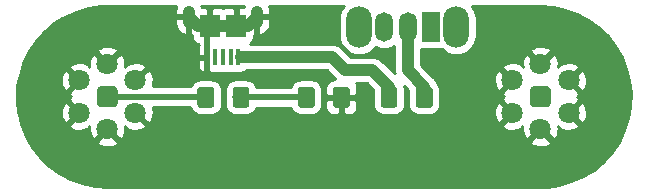
<source format=gbr>
G04 #@! TF.GenerationSoftware,KiCad,Pcbnew,(5.1.5)-3*
G04 #@! TF.CreationDate,2022-07-19T17:14:03+02:00*
G04 #@! TF.ProjectId,Stacked desk light,53746163-6b65-4642-9064-65736b206c69,rev?*
G04 #@! TF.SameCoordinates,Original*
G04 #@! TF.FileFunction,Copper,L1,Top*
G04 #@! TF.FilePolarity,Positive*
%FSLAX46Y46*%
G04 Gerber Fmt 4.6, Leading zero omitted, Abs format (unit mm)*
G04 Created by KiCad (PCBNEW (5.1.5)-3) date 2022-07-19 17:14:03*
%MOMM*%
%LPD*%
G04 APERTURE LIST*
%ADD10C,1.800000*%
%ADD11C,0.100000*%
%ADD12O,2.200000X3.500000*%
%ADD13O,1.500000X2.500000*%
%ADD14R,1.500000X2.500000*%
%ADD15O,1.050000X1.900000*%
%ADD16R,1.750000X1.900000*%
%ADD17R,0.400000X1.400000*%
%ADD18C,0.500000*%
%ADD19C,1.000000*%
%ADD20C,0.254000*%
G04 APERTURE END LIST*
D10*
X115955598Y-101314092D03*
X118337168Y-102689092D03*
X120718738Y-101314092D03*
G04 #@! TA.AperFunction,ComponentPad*
D11*
G36*
X118831276Y-99041259D02*
G01*
X118874959Y-99047739D01*
X118917796Y-99058469D01*
X118959376Y-99073346D01*
X118999297Y-99092227D01*
X119037175Y-99114931D01*
X119072645Y-99141237D01*
X119105366Y-99170894D01*
X119135023Y-99203615D01*
X119161329Y-99239085D01*
X119184033Y-99276963D01*
X119202914Y-99316884D01*
X119217791Y-99358464D01*
X119228521Y-99401301D01*
X119235001Y-99444984D01*
X119237168Y-99489092D01*
X119237168Y-100389092D01*
X119235001Y-100433200D01*
X119228521Y-100476883D01*
X119217791Y-100519720D01*
X119202914Y-100561300D01*
X119184033Y-100601221D01*
X119161329Y-100639099D01*
X119135023Y-100674569D01*
X119105366Y-100707290D01*
X119072645Y-100736947D01*
X119037175Y-100763253D01*
X118999297Y-100785957D01*
X118959376Y-100804838D01*
X118917796Y-100819715D01*
X118874959Y-100830445D01*
X118831276Y-100836925D01*
X118787168Y-100839092D01*
X117887168Y-100839092D01*
X117843060Y-100836925D01*
X117799377Y-100830445D01*
X117756540Y-100819715D01*
X117714960Y-100804838D01*
X117675039Y-100785957D01*
X117637161Y-100763253D01*
X117601691Y-100736947D01*
X117568970Y-100707290D01*
X117539313Y-100674569D01*
X117513007Y-100639099D01*
X117490303Y-100601221D01*
X117471422Y-100561300D01*
X117456545Y-100519720D01*
X117445815Y-100476883D01*
X117439335Y-100433200D01*
X117437168Y-100389092D01*
X117437168Y-99489092D01*
X117439335Y-99444984D01*
X117445815Y-99401301D01*
X117456545Y-99358464D01*
X117471422Y-99316884D01*
X117490303Y-99276963D01*
X117513007Y-99239085D01*
X117539313Y-99203615D01*
X117568970Y-99170894D01*
X117601691Y-99141237D01*
X117637161Y-99114931D01*
X117675039Y-99092227D01*
X117714960Y-99073346D01*
X117756540Y-99058469D01*
X117799377Y-99047739D01*
X117843060Y-99041259D01*
X117887168Y-99039092D01*
X118787168Y-99039092D01*
X118831276Y-99041259D01*
G37*
G04 #@! TD.AperFunction*
D10*
X115955598Y-98564092D03*
X118337168Y-97189092D03*
X120718738Y-98564092D03*
X79281234Y-101314092D03*
X81662804Y-102689092D03*
X84044374Y-101314092D03*
G04 #@! TA.AperFunction,ComponentPad*
D11*
G36*
X82156912Y-99041259D02*
G01*
X82200595Y-99047739D01*
X82243432Y-99058469D01*
X82285012Y-99073346D01*
X82324933Y-99092227D01*
X82362811Y-99114931D01*
X82398281Y-99141237D01*
X82431002Y-99170894D01*
X82460659Y-99203615D01*
X82486965Y-99239085D01*
X82509669Y-99276963D01*
X82528550Y-99316884D01*
X82543427Y-99358464D01*
X82554157Y-99401301D01*
X82560637Y-99444984D01*
X82562804Y-99489092D01*
X82562804Y-100389092D01*
X82560637Y-100433200D01*
X82554157Y-100476883D01*
X82543427Y-100519720D01*
X82528550Y-100561300D01*
X82509669Y-100601221D01*
X82486965Y-100639099D01*
X82460659Y-100674569D01*
X82431002Y-100707290D01*
X82398281Y-100736947D01*
X82362811Y-100763253D01*
X82324933Y-100785957D01*
X82285012Y-100804838D01*
X82243432Y-100819715D01*
X82200595Y-100830445D01*
X82156912Y-100836925D01*
X82112804Y-100839092D01*
X81212804Y-100839092D01*
X81168696Y-100836925D01*
X81125013Y-100830445D01*
X81082176Y-100819715D01*
X81040596Y-100804838D01*
X81000675Y-100785957D01*
X80962797Y-100763253D01*
X80927327Y-100736947D01*
X80894606Y-100707290D01*
X80864949Y-100674569D01*
X80838643Y-100639099D01*
X80815939Y-100601221D01*
X80797058Y-100561300D01*
X80782181Y-100519720D01*
X80771451Y-100476883D01*
X80764971Y-100433200D01*
X80762804Y-100389092D01*
X80762804Y-99489092D01*
X80764971Y-99444984D01*
X80771451Y-99401301D01*
X80782181Y-99358464D01*
X80797058Y-99316884D01*
X80815939Y-99276963D01*
X80838643Y-99239085D01*
X80864949Y-99203615D01*
X80894606Y-99170894D01*
X80927327Y-99141237D01*
X80962797Y-99114931D01*
X81000675Y-99092227D01*
X81040596Y-99073346D01*
X81082176Y-99058469D01*
X81125013Y-99047739D01*
X81168696Y-99041259D01*
X81212804Y-99039092D01*
X82112804Y-99039092D01*
X82156912Y-99041259D01*
G37*
G04 #@! TD.AperFunction*
D10*
X79281234Y-98564092D03*
X81662804Y-97189092D03*
X84044374Y-98564092D03*
G04 #@! TA.AperFunction,SMDPad,CuDef*
D11*
G36*
X90494504Y-99126204D02*
G01*
X90518773Y-99129804D01*
X90542571Y-99135765D01*
X90565671Y-99144030D01*
X90587849Y-99154520D01*
X90608893Y-99167133D01*
X90628598Y-99181747D01*
X90646777Y-99198223D01*
X90663253Y-99216402D01*
X90677867Y-99236107D01*
X90690480Y-99257151D01*
X90700970Y-99279329D01*
X90709235Y-99302429D01*
X90715196Y-99326227D01*
X90718796Y-99350496D01*
X90720000Y-99375000D01*
X90720000Y-100625000D01*
X90718796Y-100649504D01*
X90715196Y-100673773D01*
X90709235Y-100697571D01*
X90700970Y-100720671D01*
X90690480Y-100742849D01*
X90677867Y-100763893D01*
X90663253Y-100783598D01*
X90646777Y-100801777D01*
X90628598Y-100818253D01*
X90608893Y-100832867D01*
X90587849Y-100845480D01*
X90565671Y-100855970D01*
X90542571Y-100864235D01*
X90518773Y-100870196D01*
X90494504Y-100873796D01*
X90470000Y-100875000D01*
X89545000Y-100875000D01*
X89520496Y-100873796D01*
X89496227Y-100870196D01*
X89472429Y-100864235D01*
X89449329Y-100855970D01*
X89427151Y-100845480D01*
X89406107Y-100832867D01*
X89386402Y-100818253D01*
X89368223Y-100801777D01*
X89351747Y-100783598D01*
X89337133Y-100763893D01*
X89324520Y-100742849D01*
X89314030Y-100720671D01*
X89305765Y-100697571D01*
X89299804Y-100673773D01*
X89296204Y-100649504D01*
X89295000Y-100625000D01*
X89295000Y-99375000D01*
X89296204Y-99350496D01*
X89299804Y-99326227D01*
X89305765Y-99302429D01*
X89314030Y-99279329D01*
X89324520Y-99257151D01*
X89337133Y-99236107D01*
X89351747Y-99216402D01*
X89368223Y-99198223D01*
X89386402Y-99181747D01*
X89406107Y-99167133D01*
X89427151Y-99154520D01*
X89449329Y-99144030D01*
X89472429Y-99135765D01*
X89496227Y-99129804D01*
X89520496Y-99126204D01*
X89545000Y-99125000D01*
X90470000Y-99125000D01*
X90494504Y-99126204D01*
G37*
G04 #@! TD.AperFunction*
G04 #@! TA.AperFunction,SMDPad,CuDef*
G36*
X93469504Y-99126204D02*
G01*
X93493773Y-99129804D01*
X93517571Y-99135765D01*
X93540671Y-99144030D01*
X93562849Y-99154520D01*
X93583893Y-99167133D01*
X93603598Y-99181747D01*
X93621777Y-99198223D01*
X93638253Y-99216402D01*
X93652867Y-99236107D01*
X93665480Y-99257151D01*
X93675970Y-99279329D01*
X93684235Y-99302429D01*
X93690196Y-99326227D01*
X93693796Y-99350496D01*
X93695000Y-99375000D01*
X93695000Y-100625000D01*
X93693796Y-100649504D01*
X93690196Y-100673773D01*
X93684235Y-100697571D01*
X93675970Y-100720671D01*
X93665480Y-100742849D01*
X93652867Y-100763893D01*
X93638253Y-100783598D01*
X93621777Y-100801777D01*
X93603598Y-100818253D01*
X93583893Y-100832867D01*
X93562849Y-100845480D01*
X93540671Y-100855970D01*
X93517571Y-100864235D01*
X93493773Y-100870196D01*
X93469504Y-100873796D01*
X93445000Y-100875000D01*
X92520000Y-100875000D01*
X92495496Y-100873796D01*
X92471227Y-100870196D01*
X92447429Y-100864235D01*
X92424329Y-100855970D01*
X92402151Y-100845480D01*
X92381107Y-100832867D01*
X92361402Y-100818253D01*
X92343223Y-100801777D01*
X92326747Y-100783598D01*
X92312133Y-100763893D01*
X92299520Y-100742849D01*
X92289030Y-100720671D01*
X92280765Y-100697571D01*
X92274804Y-100673773D01*
X92271204Y-100649504D01*
X92270000Y-100625000D01*
X92270000Y-99375000D01*
X92271204Y-99350496D01*
X92274804Y-99326227D01*
X92280765Y-99302429D01*
X92289030Y-99279329D01*
X92299520Y-99257151D01*
X92312133Y-99236107D01*
X92326747Y-99216402D01*
X92343223Y-99198223D01*
X92361402Y-99181747D01*
X92381107Y-99167133D01*
X92402151Y-99154520D01*
X92424329Y-99144030D01*
X92447429Y-99135765D01*
X92471227Y-99129804D01*
X92495496Y-99126204D01*
X92520000Y-99125000D01*
X93445000Y-99125000D01*
X93469504Y-99126204D01*
G37*
G04 #@! TD.AperFunction*
G04 #@! TA.AperFunction,SMDPad,CuDef*
G36*
X106012004Y-99126204D02*
G01*
X106036273Y-99129804D01*
X106060071Y-99135765D01*
X106083171Y-99144030D01*
X106105349Y-99154520D01*
X106126393Y-99167133D01*
X106146098Y-99181747D01*
X106164277Y-99198223D01*
X106180753Y-99216402D01*
X106195367Y-99236107D01*
X106207980Y-99257151D01*
X106218470Y-99279329D01*
X106226735Y-99302429D01*
X106232696Y-99326227D01*
X106236296Y-99350496D01*
X106237500Y-99375000D01*
X106237500Y-100625000D01*
X106236296Y-100649504D01*
X106232696Y-100673773D01*
X106226735Y-100697571D01*
X106218470Y-100720671D01*
X106207980Y-100742849D01*
X106195367Y-100763893D01*
X106180753Y-100783598D01*
X106164277Y-100801777D01*
X106146098Y-100818253D01*
X106126393Y-100832867D01*
X106105349Y-100845480D01*
X106083171Y-100855970D01*
X106060071Y-100864235D01*
X106036273Y-100870196D01*
X106012004Y-100873796D01*
X105987500Y-100875000D01*
X105062500Y-100875000D01*
X105037996Y-100873796D01*
X105013727Y-100870196D01*
X104989929Y-100864235D01*
X104966829Y-100855970D01*
X104944651Y-100845480D01*
X104923607Y-100832867D01*
X104903902Y-100818253D01*
X104885723Y-100801777D01*
X104869247Y-100783598D01*
X104854633Y-100763893D01*
X104842020Y-100742849D01*
X104831530Y-100720671D01*
X104823265Y-100697571D01*
X104817304Y-100673773D01*
X104813704Y-100649504D01*
X104812500Y-100625000D01*
X104812500Y-99375000D01*
X104813704Y-99350496D01*
X104817304Y-99326227D01*
X104823265Y-99302429D01*
X104831530Y-99279329D01*
X104842020Y-99257151D01*
X104854633Y-99236107D01*
X104869247Y-99216402D01*
X104885723Y-99198223D01*
X104903902Y-99181747D01*
X104923607Y-99167133D01*
X104944651Y-99154520D01*
X104966829Y-99144030D01*
X104989929Y-99135765D01*
X105013727Y-99129804D01*
X105037996Y-99126204D01*
X105062500Y-99125000D01*
X105987500Y-99125000D01*
X106012004Y-99126204D01*
G37*
G04 #@! TD.AperFunction*
G04 #@! TA.AperFunction,SMDPad,CuDef*
G36*
X108987004Y-99126204D02*
G01*
X109011273Y-99129804D01*
X109035071Y-99135765D01*
X109058171Y-99144030D01*
X109080349Y-99154520D01*
X109101393Y-99167133D01*
X109121098Y-99181747D01*
X109139277Y-99198223D01*
X109155753Y-99216402D01*
X109170367Y-99236107D01*
X109182980Y-99257151D01*
X109193470Y-99279329D01*
X109201735Y-99302429D01*
X109207696Y-99326227D01*
X109211296Y-99350496D01*
X109212500Y-99375000D01*
X109212500Y-100625000D01*
X109211296Y-100649504D01*
X109207696Y-100673773D01*
X109201735Y-100697571D01*
X109193470Y-100720671D01*
X109182980Y-100742849D01*
X109170367Y-100763893D01*
X109155753Y-100783598D01*
X109139277Y-100801777D01*
X109121098Y-100818253D01*
X109101393Y-100832867D01*
X109080349Y-100845480D01*
X109058171Y-100855970D01*
X109035071Y-100864235D01*
X109011273Y-100870196D01*
X108987004Y-100873796D01*
X108962500Y-100875000D01*
X108037500Y-100875000D01*
X108012996Y-100873796D01*
X107988727Y-100870196D01*
X107964929Y-100864235D01*
X107941829Y-100855970D01*
X107919651Y-100845480D01*
X107898607Y-100832867D01*
X107878902Y-100818253D01*
X107860723Y-100801777D01*
X107844247Y-100783598D01*
X107829633Y-100763893D01*
X107817020Y-100742849D01*
X107806530Y-100720671D01*
X107798265Y-100697571D01*
X107792304Y-100673773D01*
X107788704Y-100649504D01*
X107787500Y-100625000D01*
X107787500Y-99375000D01*
X107788704Y-99350496D01*
X107792304Y-99326227D01*
X107798265Y-99302429D01*
X107806530Y-99279329D01*
X107817020Y-99257151D01*
X107829633Y-99236107D01*
X107844247Y-99216402D01*
X107860723Y-99198223D01*
X107878902Y-99181747D01*
X107898607Y-99167133D01*
X107919651Y-99154520D01*
X107941829Y-99144030D01*
X107964929Y-99135765D01*
X107988727Y-99129804D01*
X108012996Y-99126204D01*
X108037500Y-99125000D01*
X108962500Y-99125000D01*
X108987004Y-99126204D01*
G37*
G04 #@! TD.AperFunction*
G04 #@! TA.AperFunction,SMDPad,CuDef*
G36*
X98999504Y-99126204D02*
G01*
X99023773Y-99129804D01*
X99047571Y-99135765D01*
X99070671Y-99144030D01*
X99092849Y-99154520D01*
X99113893Y-99167133D01*
X99133598Y-99181747D01*
X99151777Y-99198223D01*
X99168253Y-99216402D01*
X99182867Y-99236107D01*
X99195480Y-99257151D01*
X99205970Y-99279329D01*
X99214235Y-99302429D01*
X99220196Y-99326227D01*
X99223796Y-99350496D01*
X99225000Y-99375000D01*
X99225000Y-100625000D01*
X99223796Y-100649504D01*
X99220196Y-100673773D01*
X99214235Y-100697571D01*
X99205970Y-100720671D01*
X99195480Y-100742849D01*
X99182867Y-100763893D01*
X99168253Y-100783598D01*
X99151777Y-100801777D01*
X99133598Y-100818253D01*
X99113893Y-100832867D01*
X99092849Y-100845480D01*
X99070671Y-100855970D01*
X99047571Y-100864235D01*
X99023773Y-100870196D01*
X98999504Y-100873796D01*
X98975000Y-100875000D01*
X98050000Y-100875000D01*
X98025496Y-100873796D01*
X98001227Y-100870196D01*
X97977429Y-100864235D01*
X97954329Y-100855970D01*
X97932151Y-100845480D01*
X97911107Y-100832867D01*
X97891402Y-100818253D01*
X97873223Y-100801777D01*
X97856747Y-100783598D01*
X97842133Y-100763893D01*
X97829520Y-100742849D01*
X97819030Y-100720671D01*
X97810765Y-100697571D01*
X97804804Y-100673773D01*
X97801204Y-100649504D01*
X97800000Y-100625000D01*
X97800000Y-99375000D01*
X97801204Y-99350496D01*
X97804804Y-99326227D01*
X97810765Y-99302429D01*
X97819030Y-99279329D01*
X97829520Y-99257151D01*
X97842133Y-99236107D01*
X97856747Y-99216402D01*
X97873223Y-99198223D01*
X97891402Y-99181747D01*
X97911107Y-99167133D01*
X97932151Y-99154520D01*
X97954329Y-99144030D01*
X97977429Y-99135765D01*
X98001227Y-99129804D01*
X98025496Y-99126204D01*
X98050000Y-99125000D01*
X98975000Y-99125000D01*
X98999504Y-99126204D01*
G37*
G04 #@! TD.AperFunction*
G04 #@! TA.AperFunction,SMDPad,CuDef*
G36*
X101974504Y-99126204D02*
G01*
X101998773Y-99129804D01*
X102022571Y-99135765D01*
X102045671Y-99144030D01*
X102067849Y-99154520D01*
X102088893Y-99167133D01*
X102108598Y-99181747D01*
X102126777Y-99198223D01*
X102143253Y-99216402D01*
X102157867Y-99236107D01*
X102170480Y-99257151D01*
X102180970Y-99279329D01*
X102189235Y-99302429D01*
X102195196Y-99326227D01*
X102198796Y-99350496D01*
X102200000Y-99375000D01*
X102200000Y-100625000D01*
X102198796Y-100649504D01*
X102195196Y-100673773D01*
X102189235Y-100697571D01*
X102180970Y-100720671D01*
X102170480Y-100742849D01*
X102157867Y-100763893D01*
X102143253Y-100783598D01*
X102126777Y-100801777D01*
X102108598Y-100818253D01*
X102088893Y-100832867D01*
X102067849Y-100845480D01*
X102045671Y-100855970D01*
X102022571Y-100864235D01*
X101998773Y-100870196D01*
X101974504Y-100873796D01*
X101950000Y-100875000D01*
X101025000Y-100875000D01*
X101000496Y-100873796D01*
X100976227Y-100870196D01*
X100952429Y-100864235D01*
X100929329Y-100855970D01*
X100907151Y-100845480D01*
X100886107Y-100832867D01*
X100866402Y-100818253D01*
X100848223Y-100801777D01*
X100831747Y-100783598D01*
X100817133Y-100763893D01*
X100804520Y-100742849D01*
X100794030Y-100720671D01*
X100785765Y-100697571D01*
X100779804Y-100673773D01*
X100776204Y-100649504D01*
X100775000Y-100625000D01*
X100775000Y-99375000D01*
X100776204Y-99350496D01*
X100779804Y-99326227D01*
X100785765Y-99302429D01*
X100794030Y-99279329D01*
X100804520Y-99257151D01*
X100817133Y-99236107D01*
X100831747Y-99216402D01*
X100848223Y-99198223D01*
X100866402Y-99181747D01*
X100886107Y-99167133D01*
X100907151Y-99154520D01*
X100929329Y-99144030D01*
X100952429Y-99135765D01*
X100976227Y-99129804D01*
X101000496Y-99126204D01*
X101025000Y-99125000D01*
X101950000Y-99125000D01*
X101974504Y-99126204D01*
G37*
G04 #@! TD.AperFunction*
D12*
X103000000Y-94050000D03*
X111200000Y-94050000D03*
D13*
X105100000Y-94050000D03*
X107100000Y-94050000D03*
D14*
X109100000Y-94050000D03*
D15*
X88575000Y-93200000D03*
X94325000Y-93200000D03*
D16*
X92575000Y-93950000D03*
D17*
X91450000Y-96600000D03*
X90800000Y-96600000D03*
X90150000Y-96600000D03*
X92750000Y-96600000D03*
X92100000Y-96600000D03*
D16*
X90325000Y-93950000D03*
D18*
X90150000Y-94125000D02*
X90325000Y-93950000D01*
X90150000Y-96600000D02*
X90150000Y-94125000D01*
D19*
X90325000Y-93950000D02*
X92575000Y-93950000D01*
X93575000Y-93950000D02*
X94325000Y-93200000D01*
X92575000Y-93950000D02*
X93575000Y-93950000D01*
X89325000Y-93950000D02*
X88575000Y-93200000D01*
X90325000Y-93950000D02*
X89325000Y-93950000D01*
D18*
X90150000Y-96600000D02*
X90150000Y-97850000D01*
X89946592Y-99939092D02*
X90007500Y-100000000D01*
X81662804Y-99939092D02*
X89946592Y-99939092D01*
X92530000Y-99930000D02*
X92520000Y-99940000D01*
X93695000Y-100000000D02*
X98512500Y-100000000D01*
X92982500Y-100000000D02*
X93695000Y-100000000D01*
D19*
X104100000Y-97700000D02*
X105525000Y-99125000D01*
X105525000Y-99125000D02*
X105525000Y-100000000D01*
X101800000Y-97700000D02*
X104100000Y-97700000D01*
X93000001Y-96600000D02*
X100700000Y-96600000D01*
X100700000Y-96600000D02*
X101800000Y-97700000D01*
X108500000Y-99125000D02*
X107100000Y-97725000D01*
X108500000Y-100000000D02*
X108500000Y-99125000D01*
X107100000Y-97725000D02*
X107100000Y-94050000D01*
D20*
G36*
X87462066Y-92424135D02*
G01*
X87415000Y-92648000D01*
X87415000Y-93073000D01*
X88448000Y-93073000D01*
X88448000Y-93053000D01*
X88702000Y-93053000D01*
X88702000Y-93073000D01*
X88722000Y-93073000D01*
X88722000Y-93327000D01*
X88702000Y-93327000D01*
X88702000Y-94618163D01*
X88812871Y-94696166D01*
X88811928Y-94900000D01*
X88824188Y-95024482D01*
X88860498Y-95144180D01*
X88919463Y-95254494D01*
X88998815Y-95351185D01*
X89095506Y-95430537D01*
X89205820Y-95489502D01*
X89325518Y-95525812D01*
X89428224Y-95535927D01*
X89413997Y-95553826D01*
X89356761Y-95665046D01*
X89322323Y-95785296D01*
X89312006Y-95909954D01*
X89315000Y-96314250D01*
X89473750Y-96473000D01*
X89961928Y-96473000D01*
X89961928Y-96727000D01*
X89473750Y-96727000D01*
X89315000Y-96885750D01*
X89312006Y-97290046D01*
X89322323Y-97414704D01*
X89356761Y-97534954D01*
X89413997Y-97646174D01*
X89491831Y-97744092D01*
X89587273Y-97824943D01*
X89696654Y-97885621D01*
X89815771Y-97923794D01*
X89918250Y-97935000D01*
X90077000Y-97776250D01*
X90077000Y-97663678D01*
X90148815Y-97751185D01*
X90245506Y-97830537D01*
X90313782Y-97867032D01*
X90381750Y-97935000D01*
X90472936Y-97925029D01*
X90475518Y-97925812D01*
X90600000Y-97938072D01*
X91000000Y-97938072D01*
X91124482Y-97925812D01*
X91125000Y-97925655D01*
X91125518Y-97925812D01*
X91250000Y-97938072D01*
X91650000Y-97938072D01*
X91774482Y-97925812D01*
X91775000Y-97925655D01*
X91775518Y-97925812D01*
X91900000Y-97938072D01*
X92300000Y-97938072D01*
X92424482Y-97925812D01*
X92425000Y-97925655D01*
X92425518Y-97925812D01*
X92550000Y-97938072D01*
X92950000Y-97938072D01*
X93074482Y-97925812D01*
X93194180Y-97889502D01*
X93304494Y-97830537D01*
X93401185Y-97751185D01*
X93414468Y-97735000D01*
X100229869Y-97735000D01*
X100958008Y-98463140D01*
X100978734Y-98488395D01*
X100775000Y-98486928D01*
X100650518Y-98499188D01*
X100530820Y-98535498D01*
X100420506Y-98594463D01*
X100323815Y-98673815D01*
X100244463Y-98770506D01*
X100185498Y-98880820D01*
X100149188Y-99000518D01*
X100136928Y-99125000D01*
X100140000Y-99714250D01*
X100298750Y-99873000D01*
X101360500Y-99873000D01*
X101360500Y-99853000D01*
X101614500Y-99853000D01*
X101614500Y-99873000D01*
X102676250Y-99873000D01*
X102835000Y-99714250D01*
X102838072Y-99125000D01*
X102825812Y-99000518D01*
X102789502Y-98880820D01*
X102765010Y-98835000D01*
X103629869Y-98835000D01*
X104174428Y-99379560D01*
X104174428Y-100625000D01*
X104191492Y-100798254D01*
X104242028Y-100964850D01*
X104324095Y-101118386D01*
X104434538Y-101252962D01*
X104569114Y-101363405D01*
X104722650Y-101445472D01*
X104889246Y-101496008D01*
X105062500Y-101513072D01*
X105987500Y-101513072D01*
X106160754Y-101496008D01*
X106327350Y-101445472D01*
X106480886Y-101363405D01*
X106615462Y-101252962D01*
X106725905Y-101118386D01*
X106807972Y-100964850D01*
X106858508Y-100798254D01*
X106875572Y-100625000D01*
X106875572Y-99375000D01*
X106858508Y-99201746D01*
X106809258Y-99039389D01*
X107149428Y-99379560D01*
X107149428Y-100625000D01*
X107166492Y-100798254D01*
X107217028Y-100964850D01*
X107299095Y-101118386D01*
X107409538Y-101252962D01*
X107544114Y-101363405D01*
X107697650Y-101445472D01*
X107864246Y-101496008D01*
X108037500Y-101513072D01*
X108962500Y-101513072D01*
X109135754Y-101496008D01*
X109302350Y-101445472D01*
X109423632Y-101380645D01*
X114414607Y-101380645D01*
X114457201Y-101679999D01*
X114557376Y-101965291D01*
X114637337Y-102114884D01*
X114891518Y-102198567D01*
X115775993Y-101314092D01*
X114891518Y-100429617D01*
X114637337Y-100513300D01*
X114506440Y-100785867D01*
X114431233Y-101078734D01*
X114414607Y-101380645D01*
X109423632Y-101380645D01*
X109455886Y-101363405D01*
X109590462Y-101252962D01*
X109700905Y-101118386D01*
X109782972Y-100964850D01*
X109833508Y-100798254D01*
X109850572Y-100625000D01*
X109850572Y-99375000D01*
X109833508Y-99201746D01*
X109782972Y-99035150D01*
X109700905Y-98881614D01*
X109590462Y-98747038D01*
X109565105Y-98726228D01*
X109553676Y-98688553D01*
X109540461Y-98663830D01*
X109522724Y-98630645D01*
X114414607Y-98630645D01*
X114457201Y-98929999D01*
X114557376Y-99215291D01*
X114637337Y-99364884D01*
X114891518Y-99448567D01*
X115775993Y-98564092D01*
X114891518Y-97679617D01*
X114637337Y-97763300D01*
X114506440Y-98035867D01*
X114431233Y-98328734D01*
X114414607Y-98630645D01*
X109522724Y-98630645D01*
X109448284Y-98491377D01*
X109306449Y-98318551D01*
X109263140Y-98283008D01*
X108480144Y-97500012D01*
X115071123Y-97500012D01*
X115955598Y-98384487D01*
X115969741Y-98370345D01*
X116149346Y-98549950D01*
X116135203Y-98564092D01*
X116149346Y-98578235D01*
X115969741Y-98757840D01*
X115955598Y-98743697D01*
X115071123Y-99628172D01*
X115154806Y-99882353D01*
X115266633Y-99936057D01*
X115154806Y-99995831D01*
X115071123Y-100250012D01*
X115955598Y-101134487D01*
X115969741Y-101120345D01*
X116149346Y-101299950D01*
X116135203Y-101314092D01*
X116149346Y-101328235D01*
X115969741Y-101507840D01*
X115955598Y-101493697D01*
X115071123Y-102378172D01*
X115154806Y-102632353D01*
X115427373Y-102763250D01*
X115720240Y-102838457D01*
X116022151Y-102855083D01*
X116321505Y-102812489D01*
X116606797Y-102712314D01*
X116756390Y-102632353D01*
X116812322Y-102462463D01*
X116796177Y-102755645D01*
X116838771Y-103054999D01*
X116938946Y-103340291D01*
X117018907Y-103489884D01*
X117273088Y-103573567D01*
X118157563Y-102689092D01*
X118143421Y-102674950D01*
X118323026Y-102495345D01*
X118337168Y-102509487D01*
X118351311Y-102495345D01*
X118530916Y-102674950D01*
X118516773Y-102689092D01*
X119401248Y-103573567D01*
X119655429Y-103489884D01*
X119786326Y-103217317D01*
X119861533Y-102924450D01*
X119878159Y-102622539D01*
X119850335Y-102426989D01*
X119917946Y-102632353D01*
X120190513Y-102763250D01*
X120483380Y-102838457D01*
X120785291Y-102855083D01*
X121084645Y-102812489D01*
X121369937Y-102712314D01*
X121519530Y-102632353D01*
X121603213Y-102378172D01*
X120718738Y-101493697D01*
X120704596Y-101507840D01*
X120524991Y-101328235D01*
X120539133Y-101314092D01*
X120898343Y-101314092D01*
X121782818Y-102198567D01*
X122036999Y-102114884D01*
X122167896Y-101842317D01*
X122243103Y-101549450D01*
X122259729Y-101247539D01*
X122217135Y-100948185D01*
X122116960Y-100662893D01*
X122036999Y-100513300D01*
X121782818Y-100429617D01*
X120898343Y-101314092D01*
X120539133Y-101314092D01*
X120524991Y-101299950D01*
X120704596Y-101120345D01*
X120718738Y-101134487D01*
X121603213Y-100250012D01*
X121519530Y-99995831D01*
X121407703Y-99942127D01*
X121519530Y-99882353D01*
X121603213Y-99628172D01*
X120718738Y-98743697D01*
X120704596Y-98757840D01*
X120524991Y-98578235D01*
X120539133Y-98564092D01*
X120898343Y-98564092D01*
X121782818Y-99448567D01*
X122036999Y-99364884D01*
X122167896Y-99092317D01*
X122243103Y-98799450D01*
X122259729Y-98497539D01*
X122217135Y-98198185D01*
X122116960Y-97912893D01*
X122036999Y-97763300D01*
X121782818Y-97679617D01*
X120898343Y-98564092D01*
X120539133Y-98564092D01*
X120524991Y-98549950D01*
X120704596Y-98370345D01*
X120718738Y-98384487D01*
X121603213Y-97500012D01*
X121519530Y-97245831D01*
X121246963Y-97114934D01*
X120954096Y-97039727D01*
X120652185Y-97023101D01*
X120352831Y-97065695D01*
X120067539Y-97165870D01*
X119917946Y-97245831D01*
X119862014Y-97415721D01*
X119878159Y-97122539D01*
X119835565Y-96823185D01*
X119735390Y-96537893D01*
X119655429Y-96388300D01*
X119401248Y-96304617D01*
X118516773Y-97189092D01*
X118530916Y-97203235D01*
X118351311Y-97382840D01*
X118337168Y-97368697D01*
X118323026Y-97382840D01*
X118143421Y-97203235D01*
X118157563Y-97189092D01*
X117273088Y-96304617D01*
X117018907Y-96388300D01*
X116888010Y-96660867D01*
X116812803Y-96953734D01*
X116796177Y-97255645D01*
X116824001Y-97451195D01*
X116756390Y-97245831D01*
X116483823Y-97114934D01*
X116190956Y-97039727D01*
X115889045Y-97023101D01*
X115589691Y-97065695D01*
X115304399Y-97165870D01*
X115154806Y-97245831D01*
X115071123Y-97500012D01*
X108480144Y-97500012D01*
X108235000Y-97254869D01*
X108235000Y-95926746D01*
X108350000Y-95938072D01*
X109850000Y-95938072D01*
X109962496Y-95926992D01*
X109967234Y-95932766D01*
X110231422Y-96149579D01*
X110532832Y-96310686D01*
X110859881Y-96409895D01*
X111200000Y-96443394D01*
X111540118Y-96409895D01*
X111867167Y-96310686D01*
X112168577Y-96149579D01*
X112198512Y-96125012D01*
X117452693Y-96125012D01*
X118337168Y-97009487D01*
X119221643Y-96125012D01*
X119137960Y-95870831D01*
X118865393Y-95739934D01*
X118572526Y-95664727D01*
X118270615Y-95648101D01*
X117971261Y-95690695D01*
X117685969Y-95790870D01*
X117536376Y-95870831D01*
X117452693Y-96125012D01*
X112198512Y-96125012D01*
X112432766Y-95932766D01*
X112649579Y-95668578D01*
X112810686Y-95367168D01*
X112909895Y-95040119D01*
X112935000Y-94785225D01*
X112935000Y-93314775D01*
X112909895Y-93059881D01*
X112810686Y-92732832D01*
X112649579Y-92431422D01*
X112530465Y-92286281D01*
X118314124Y-92286281D01*
X119402010Y-92362354D01*
X120446123Y-92584286D01*
X121449193Y-92949374D01*
X122391691Y-93450509D01*
X123255261Y-94077931D01*
X124023116Y-94819440D01*
X124680300Y-95660596D01*
X125214023Y-96585031D01*
X125613890Y-97574739D01*
X125872129Y-98610477D01*
X125983707Y-99672065D01*
X125946454Y-100738861D01*
X125761094Y-101790086D01*
X125431237Y-102805280D01*
X124963303Y-103764688D01*
X124366397Y-104649638D01*
X123652136Y-105442906D01*
X122834434Y-106129040D01*
X121929188Y-106694699D01*
X120954033Y-107128867D01*
X119927940Y-107423094D01*
X118859439Y-107573262D01*
X118325646Y-107591903D01*
X81685848Y-107591903D01*
X80597961Y-107515830D01*
X79553849Y-107293898D01*
X78550779Y-106928810D01*
X77608290Y-106427680D01*
X76744710Y-105800253D01*
X75976856Y-105058744D01*
X75319672Y-104217588D01*
X75051542Y-103753172D01*
X80778329Y-103753172D01*
X80862012Y-104007353D01*
X81134579Y-104138250D01*
X81427446Y-104213457D01*
X81729357Y-104230083D01*
X82028711Y-104187489D01*
X82314003Y-104087314D01*
X82463596Y-104007353D01*
X82547279Y-103753172D01*
X117452693Y-103753172D01*
X117536376Y-104007353D01*
X117808943Y-104138250D01*
X118101810Y-104213457D01*
X118403721Y-104230083D01*
X118703075Y-104187489D01*
X118988367Y-104087314D01*
X119137960Y-104007353D01*
X119221643Y-103753172D01*
X118337168Y-102868697D01*
X117452693Y-103753172D01*
X82547279Y-103753172D01*
X81662804Y-102868697D01*
X80778329Y-103753172D01*
X75051542Y-103753172D01*
X74785951Y-103293155D01*
X74386082Y-102303445D01*
X74156002Y-101380645D01*
X77740243Y-101380645D01*
X77782837Y-101679999D01*
X77883012Y-101965291D01*
X77962973Y-102114884D01*
X78217154Y-102198567D01*
X79101629Y-101314092D01*
X78217154Y-100429617D01*
X77962973Y-100513300D01*
X77832076Y-100785867D01*
X77756869Y-101078734D01*
X77740243Y-101380645D01*
X74156002Y-101380645D01*
X74127843Y-101267706D01*
X74016266Y-100206118D01*
X74053518Y-99139323D01*
X74143211Y-98630645D01*
X77740243Y-98630645D01*
X77782837Y-98929999D01*
X77883012Y-99215291D01*
X77962973Y-99364884D01*
X78217154Y-99448567D01*
X79101629Y-98564092D01*
X78217154Y-97679617D01*
X77962973Y-97763300D01*
X77832076Y-98035867D01*
X77756869Y-98328734D01*
X77740243Y-98630645D01*
X74143211Y-98630645D01*
X74238878Y-98088098D01*
X74429958Y-97500012D01*
X78396759Y-97500012D01*
X79281234Y-98384487D01*
X79295377Y-98370345D01*
X79474982Y-98549950D01*
X79460839Y-98564092D01*
X79474982Y-98578235D01*
X79295377Y-98757840D01*
X79281234Y-98743697D01*
X78396759Y-99628172D01*
X78480442Y-99882353D01*
X78592269Y-99936057D01*
X78480442Y-99995831D01*
X78396759Y-100250012D01*
X79281234Y-101134487D01*
X79295377Y-101120345D01*
X79474982Y-101299950D01*
X79460839Y-101314092D01*
X79474982Y-101328235D01*
X79295377Y-101507840D01*
X79281234Y-101493697D01*
X78396759Y-102378172D01*
X78480442Y-102632353D01*
X78753009Y-102763250D01*
X79045876Y-102838457D01*
X79347787Y-102855083D01*
X79647141Y-102812489D01*
X79932433Y-102712314D01*
X80082026Y-102632353D01*
X80137958Y-102462463D01*
X80121813Y-102755645D01*
X80164407Y-103054999D01*
X80264582Y-103340291D01*
X80344543Y-103489884D01*
X80598724Y-103573567D01*
X81483199Y-102689092D01*
X81469057Y-102674950D01*
X81648662Y-102495345D01*
X81662804Y-102509487D01*
X81676947Y-102495345D01*
X81856552Y-102674950D01*
X81842409Y-102689092D01*
X82726884Y-103573567D01*
X82981065Y-103489884D01*
X83111962Y-103217317D01*
X83187169Y-102924450D01*
X83203795Y-102622539D01*
X83175971Y-102426989D01*
X83243582Y-102632353D01*
X83516149Y-102763250D01*
X83809016Y-102838457D01*
X84110927Y-102855083D01*
X84410281Y-102812489D01*
X84695573Y-102712314D01*
X84845166Y-102632353D01*
X84928849Y-102378172D01*
X84044374Y-101493697D01*
X84030232Y-101507840D01*
X83850627Y-101328235D01*
X83864769Y-101314092D01*
X83850627Y-101299950D01*
X84030232Y-101120345D01*
X84044374Y-101134487D01*
X84058517Y-101120345D01*
X84238122Y-101299950D01*
X84223979Y-101314092D01*
X85108454Y-102198567D01*
X85362635Y-102114884D01*
X85493532Y-101842317D01*
X85568739Y-101549450D01*
X85585365Y-101247539D01*
X85542771Y-100948185D01*
X85499198Y-100824092D01*
X88681830Y-100824092D01*
X88724528Y-100964850D01*
X88806595Y-101118386D01*
X88917038Y-101252962D01*
X89051614Y-101363405D01*
X89205150Y-101445472D01*
X89371746Y-101496008D01*
X89545000Y-101513072D01*
X90470000Y-101513072D01*
X90643254Y-101496008D01*
X90809850Y-101445472D01*
X90963386Y-101363405D01*
X91097962Y-101252962D01*
X91208405Y-101118386D01*
X91290472Y-100964850D01*
X91341008Y-100798254D01*
X91358072Y-100625000D01*
X91358072Y-99940000D01*
X91630719Y-99940000D01*
X91631928Y-99952276D01*
X91631928Y-100625000D01*
X91648992Y-100798254D01*
X91699528Y-100964850D01*
X91781595Y-101118386D01*
X91892038Y-101252962D01*
X92026614Y-101363405D01*
X92180150Y-101445472D01*
X92346746Y-101496008D01*
X92520000Y-101513072D01*
X93445000Y-101513072D01*
X93618254Y-101496008D01*
X93784850Y-101445472D01*
X93938386Y-101363405D01*
X94072962Y-101252962D01*
X94183405Y-101118386D01*
X94265472Y-100964850D01*
X94289694Y-100885000D01*
X97205306Y-100885000D01*
X97229528Y-100964850D01*
X97311595Y-101118386D01*
X97422038Y-101252962D01*
X97556614Y-101363405D01*
X97710150Y-101445472D01*
X97876746Y-101496008D01*
X98050000Y-101513072D01*
X98975000Y-101513072D01*
X99148254Y-101496008D01*
X99314850Y-101445472D01*
X99468386Y-101363405D01*
X99602962Y-101252962D01*
X99713405Y-101118386D01*
X99795472Y-100964850D01*
X99822727Y-100875000D01*
X100136928Y-100875000D01*
X100149188Y-100999482D01*
X100185498Y-101119180D01*
X100244463Y-101229494D01*
X100323815Y-101326185D01*
X100420506Y-101405537D01*
X100530820Y-101464502D01*
X100650518Y-101500812D01*
X100775000Y-101513072D01*
X101201750Y-101510000D01*
X101360500Y-101351250D01*
X101360500Y-100127000D01*
X101614500Y-100127000D01*
X101614500Y-101351250D01*
X101773250Y-101510000D01*
X102200000Y-101513072D01*
X102324482Y-101500812D01*
X102444180Y-101464502D01*
X102554494Y-101405537D01*
X102651185Y-101326185D01*
X102730537Y-101229494D01*
X102789502Y-101119180D01*
X102825812Y-100999482D01*
X102838072Y-100875000D01*
X102835000Y-100285750D01*
X102676250Y-100127000D01*
X101614500Y-100127000D01*
X101360500Y-100127000D01*
X100298750Y-100127000D01*
X100140000Y-100285750D01*
X100136928Y-100875000D01*
X99822727Y-100875000D01*
X99846008Y-100798254D01*
X99863072Y-100625000D01*
X99863072Y-99375000D01*
X99846008Y-99201746D01*
X99795472Y-99035150D01*
X99713405Y-98881614D01*
X99602962Y-98747038D01*
X99468386Y-98636595D01*
X99314850Y-98554528D01*
X99148254Y-98503992D01*
X98975000Y-98486928D01*
X98050000Y-98486928D01*
X97876746Y-98503992D01*
X97710150Y-98554528D01*
X97556614Y-98636595D01*
X97422038Y-98747038D01*
X97311595Y-98881614D01*
X97229528Y-99035150D01*
X97205306Y-99115000D01*
X94289694Y-99115000D01*
X94265472Y-99035150D01*
X94183405Y-98881614D01*
X94072962Y-98747038D01*
X93938386Y-98636595D01*
X93784850Y-98554528D01*
X93618254Y-98503992D01*
X93445000Y-98486928D01*
X92520000Y-98486928D01*
X92346746Y-98503992D01*
X92180150Y-98554528D01*
X92026614Y-98636595D01*
X91892038Y-98747038D01*
X91781595Y-98881614D01*
X91699528Y-99035150D01*
X91648992Y-99201746D01*
X91631928Y-99375000D01*
X91631928Y-99927724D01*
X91630719Y-99940000D01*
X91358072Y-99940000D01*
X91358072Y-99375000D01*
X91341008Y-99201746D01*
X91290472Y-99035150D01*
X91208405Y-98881614D01*
X91097962Y-98747038D01*
X90963386Y-98636595D01*
X90809850Y-98554528D01*
X90643254Y-98503992D01*
X90470000Y-98486928D01*
X89545000Y-98486928D01*
X89371746Y-98503992D01*
X89205150Y-98554528D01*
X89051614Y-98636595D01*
X88917038Y-98747038D01*
X88806595Y-98881614D01*
X88724528Y-99035150D01*
X88718782Y-99054092D01*
X85503348Y-99054092D01*
X85568739Y-98799450D01*
X85585365Y-98497539D01*
X85542771Y-98198185D01*
X85442596Y-97912893D01*
X85362635Y-97763300D01*
X85108454Y-97679617D01*
X84223979Y-98564092D01*
X84238122Y-98578235D01*
X84058517Y-98757840D01*
X84044374Y-98743697D01*
X84030232Y-98757840D01*
X83850627Y-98578235D01*
X83864769Y-98564092D01*
X83850627Y-98549950D01*
X84030232Y-98370345D01*
X84044374Y-98384487D01*
X84928849Y-97500012D01*
X84845166Y-97245831D01*
X84572599Y-97114934D01*
X84279732Y-97039727D01*
X83977821Y-97023101D01*
X83678467Y-97065695D01*
X83393175Y-97165870D01*
X83243582Y-97245831D01*
X83187650Y-97415721D01*
X83203795Y-97122539D01*
X83161201Y-96823185D01*
X83061026Y-96537893D01*
X82981065Y-96388300D01*
X82726884Y-96304617D01*
X81842409Y-97189092D01*
X81856552Y-97203235D01*
X81676947Y-97382840D01*
X81662804Y-97368697D01*
X81648662Y-97382840D01*
X81469057Y-97203235D01*
X81483199Y-97189092D01*
X80598724Y-96304617D01*
X80344543Y-96388300D01*
X80213646Y-96660867D01*
X80138439Y-96953734D01*
X80121813Y-97255645D01*
X80149637Y-97451195D01*
X80082026Y-97245831D01*
X79809459Y-97114934D01*
X79516592Y-97039727D01*
X79214681Y-97023101D01*
X78915327Y-97065695D01*
X78630035Y-97165870D01*
X78480442Y-97245831D01*
X78396759Y-97500012D01*
X74429958Y-97500012D01*
X74568735Y-97072904D01*
X75031050Y-96125012D01*
X80778329Y-96125012D01*
X81662804Y-97009487D01*
X82547279Y-96125012D01*
X82463596Y-95870831D01*
X82191029Y-95739934D01*
X81898162Y-95664727D01*
X81596251Y-95648101D01*
X81296897Y-95690695D01*
X81011605Y-95790870D01*
X80862012Y-95870831D01*
X80778329Y-96125012D01*
X75031050Y-96125012D01*
X75036669Y-96113493D01*
X75633575Y-95228546D01*
X76347836Y-94435278D01*
X77165539Y-93749144D01*
X77841110Y-93327000D01*
X87415000Y-93327000D01*
X87415000Y-93752000D01*
X87462066Y-93975865D01*
X87551901Y-94186246D01*
X87681053Y-94375059D01*
X87844559Y-94535047D01*
X88036136Y-94660063D01*
X88269190Y-94743964D01*
X88448000Y-94618163D01*
X88448000Y-93327000D01*
X87415000Y-93327000D01*
X77841110Y-93327000D01*
X78070783Y-93183485D01*
X79045937Y-92749318D01*
X80072032Y-92455090D01*
X81140535Y-92304922D01*
X81674326Y-92286281D01*
X87520931Y-92286281D01*
X87462066Y-92424135D01*
G37*
X87462066Y-92424135D02*
X87415000Y-92648000D01*
X87415000Y-93073000D01*
X88448000Y-93073000D01*
X88448000Y-93053000D01*
X88702000Y-93053000D01*
X88702000Y-93073000D01*
X88722000Y-93073000D01*
X88722000Y-93327000D01*
X88702000Y-93327000D01*
X88702000Y-94618163D01*
X88812871Y-94696166D01*
X88811928Y-94900000D01*
X88824188Y-95024482D01*
X88860498Y-95144180D01*
X88919463Y-95254494D01*
X88998815Y-95351185D01*
X89095506Y-95430537D01*
X89205820Y-95489502D01*
X89325518Y-95525812D01*
X89428224Y-95535927D01*
X89413997Y-95553826D01*
X89356761Y-95665046D01*
X89322323Y-95785296D01*
X89312006Y-95909954D01*
X89315000Y-96314250D01*
X89473750Y-96473000D01*
X89961928Y-96473000D01*
X89961928Y-96727000D01*
X89473750Y-96727000D01*
X89315000Y-96885750D01*
X89312006Y-97290046D01*
X89322323Y-97414704D01*
X89356761Y-97534954D01*
X89413997Y-97646174D01*
X89491831Y-97744092D01*
X89587273Y-97824943D01*
X89696654Y-97885621D01*
X89815771Y-97923794D01*
X89918250Y-97935000D01*
X90077000Y-97776250D01*
X90077000Y-97663678D01*
X90148815Y-97751185D01*
X90245506Y-97830537D01*
X90313782Y-97867032D01*
X90381750Y-97935000D01*
X90472936Y-97925029D01*
X90475518Y-97925812D01*
X90600000Y-97938072D01*
X91000000Y-97938072D01*
X91124482Y-97925812D01*
X91125000Y-97925655D01*
X91125518Y-97925812D01*
X91250000Y-97938072D01*
X91650000Y-97938072D01*
X91774482Y-97925812D01*
X91775000Y-97925655D01*
X91775518Y-97925812D01*
X91900000Y-97938072D01*
X92300000Y-97938072D01*
X92424482Y-97925812D01*
X92425000Y-97925655D01*
X92425518Y-97925812D01*
X92550000Y-97938072D01*
X92950000Y-97938072D01*
X93074482Y-97925812D01*
X93194180Y-97889502D01*
X93304494Y-97830537D01*
X93401185Y-97751185D01*
X93414468Y-97735000D01*
X100229869Y-97735000D01*
X100958008Y-98463140D01*
X100978734Y-98488395D01*
X100775000Y-98486928D01*
X100650518Y-98499188D01*
X100530820Y-98535498D01*
X100420506Y-98594463D01*
X100323815Y-98673815D01*
X100244463Y-98770506D01*
X100185498Y-98880820D01*
X100149188Y-99000518D01*
X100136928Y-99125000D01*
X100140000Y-99714250D01*
X100298750Y-99873000D01*
X101360500Y-99873000D01*
X101360500Y-99853000D01*
X101614500Y-99853000D01*
X101614500Y-99873000D01*
X102676250Y-99873000D01*
X102835000Y-99714250D01*
X102838072Y-99125000D01*
X102825812Y-99000518D01*
X102789502Y-98880820D01*
X102765010Y-98835000D01*
X103629869Y-98835000D01*
X104174428Y-99379560D01*
X104174428Y-100625000D01*
X104191492Y-100798254D01*
X104242028Y-100964850D01*
X104324095Y-101118386D01*
X104434538Y-101252962D01*
X104569114Y-101363405D01*
X104722650Y-101445472D01*
X104889246Y-101496008D01*
X105062500Y-101513072D01*
X105987500Y-101513072D01*
X106160754Y-101496008D01*
X106327350Y-101445472D01*
X106480886Y-101363405D01*
X106615462Y-101252962D01*
X106725905Y-101118386D01*
X106807972Y-100964850D01*
X106858508Y-100798254D01*
X106875572Y-100625000D01*
X106875572Y-99375000D01*
X106858508Y-99201746D01*
X106809258Y-99039389D01*
X107149428Y-99379560D01*
X107149428Y-100625000D01*
X107166492Y-100798254D01*
X107217028Y-100964850D01*
X107299095Y-101118386D01*
X107409538Y-101252962D01*
X107544114Y-101363405D01*
X107697650Y-101445472D01*
X107864246Y-101496008D01*
X108037500Y-101513072D01*
X108962500Y-101513072D01*
X109135754Y-101496008D01*
X109302350Y-101445472D01*
X109423632Y-101380645D01*
X114414607Y-101380645D01*
X114457201Y-101679999D01*
X114557376Y-101965291D01*
X114637337Y-102114884D01*
X114891518Y-102198567D01*
X115775993Y-101314092D01*
X114891518Y-100429617D01*
X114637337Y-100513300D01*
X114506440Y-100785867D01*
X114431233Y-101078734D01*
X114414607Y-101380645D01*
X109423632Y-101380645D01*
X109455886Y-101363405D01*
X109590462Y-101252962D01*
X109700905Y-101118386D01*
X109782972Y-100964850D01*
X109833508Y-100798254D01*
X109850572Y-100625000D01*
X109850572Y-99375000D01*
X109833508Y-99201746D01*
X109782972Y-99035150D01*
X109700905Y-98881614D01*
X109590462Y-98747038D01*
X109565105Y-98726228D01*
X109553676Y-98688553D01*
X109540461Y-98663830D01*
X109522724Y-98630645D01*
X114414607Y-98630645D01*
X114457201Y-98929999D01*
X114557376Y-99215291D01*
X114637337Y-99364884D01*
X114891518Y-99448567D01*
X115775993Y-98564092D01*
X114891518Y-97679617D01*
X114637337Y-97763300D01*
X114506440Y-98035867D01*
X114431233Y-98328734D01*
X114414607Y-98630645D01*
X109522724Y-98630645D01*
X109448284Y-98491377D01*
X109306449Y-98318551D01*
X109263140Y-98283008D01*
X108480144Y-97500012D01*
X115071123Y-97500012D01*
X115955598Y-98384487D01*
X115969741Y-98370345D01*
X116149346Y-98549950D01*
X116135203Y-98564092D01*
X116149346Y-98578235D01*
X115969741Y-98757840D01*
X115955598Y-98743697D01*
X115071123Y-99628172D01*
X115154806Y-99882353D01*
X115266633Y-99936057D01*
X115154806Y-99995831D01*
X115071123Y-100250012D01*
X115955598Y-101134487D01*
X115969741Y-101120345D01*
X116149346Y-101299950D01*
X116135203Y-101314092D01*
X116149346Y-101328235D01*
X115969741Y-101507840D01*
X115955598Y-101493697D01*
X115071123Y-102378172D01*
X115154806Y-102632353D01*
X115427373Y-102763250D01*
X115720240Y-102838457D01*
X116022151Y-102855083D01*
X116321505Y-102812489D01*
X116606797Y-102712314D01*
X116756390Y-102632353D01*
X116812322Y-102462463D01*
X116796177Y-102755645D01*
X116838771Y-103054999D01*
X116938946Y-103340291D01*
X117018907Y-103489884D01*
X117273088Y-103573567D01*
X118157563Y-102689092D01*
X118143421Y-102674950D01*
X118323026Y-102495345D01*
X118337168Y-102509487D01*
X118351311Y-102495345D01*
X118530916Y-102674950D01*
X118516773Y-102689092D01*
X119401248Y-103573567D01*
X119655429Y-103489884D01*
X119786326Y-103217317D01*
X119861533Y-102924450D01*
X119878159Y-102622539D01*
X119850335Y-102426989D01*
X119917946Y-102632353D01*
X120190513Y-102763250D01*
X120483380Y-102838457D01*
X120785291Y-102855083D01*
X121084645Y-102812489D01*
X121369937Y-102712314D01*
X121519530Y-102632353D01*
X121603213Y-102378172D01*
X120718738Y-101493697D01*
X120704596Y-101507840D01*
X120524991Y-101328235D01*
X120539133Y-101314092D01*
X120898343Y-101314092D01*
X121782818Y-102198567D01*
X122036999Y-102114884D01*
X122167896Y-101842317D01*
X122243103Y-101549450D01*
X122259729Y-101247539D01*
X122217135Y-100948185D01*
X122116960Y-100662893D01*
X122036999Y-100513300D01*
X121782818Y-100429617D01*
X120898343Y-101314092D01*
X120539133Y-101314092D01*
X120524991Y-101299950D01*
X120704596Y-101120345D01*
X120718738Y-101134487D01*
X121603213Y-100250012D01*
X121519530Y-99995831D01*
X121407703Y-99942127D01*
X121519530Y-99882353D01*
X121603213Y-99628172D01*
X120718738Y-98743697D01*
X120704596Y-98757840D01*
X120524991Y-98578235D01*
X120539133Y-98564092D01*
X120898343Y-98564092D01*
X121782818Y-99448567D01*
X122036999Y-99364884D01*
X122167896Y-99092317D01*
X122243103Y-98799450D01*
X122259729Y-98497539D01*
X122217135Y-98198185D01*
X122116960Y-97912893D01*
X122036999Y-97763300D01*
X121782818Y-97679617D01*
X120898343Y-98564092D01*
X120539133Y-98564092D01*
X120524991Y-98549950D01*
X120704596Y-98370345D01*
X120718738Y-98384487D01*
X121603213Y-97500012D01*
X121519530Y-97245831D01*
X121246963Y-97114934D01*
X120954096Y-97039727D01*
X120652185Y-97023101D01*
X120352831Y-97065695D01*
X120067539Y-97165870D01*
X119917946Y-97245831D01*
X119862014Y-97415721D01*
X119878159Y-97122539D01*
X119835565Y-96823185D01*
X119735390Y-96537893D01*
X119655429Y-96388300D01*
X119401248Y-96304617D01*
X118516773Y-97189092D01*
X118530916Y-97203235D01*
X118351311Y-97382840D01*
X118337168Y-97368697D01*
X118323026Y-97382840D01*
X118143421Y-97203235D01*
X118157563Y-97189092D01*
X117273088Y-96304617D01*
X117018907Y-96388300D01*
X116888010Y-96660867D01*
X116812803Y-96953734D01*
X116796177Y-97255645D01*
X116824001Y-97451195D01*
X116756390Y-97245831D01*
X116483823Y-97114934D01*
X116190956Y-97039727D01*
X115889045Y-97023101D01*
X115589691Y-97065695D01*
X115304399Y-97165870D01*
X115154806Y-97245831D01*
X115071123Y-97500012D01*
X108480144Y-97500012D01*
X108235000Y-97254869D01*
X108235000Y-95926746D01*
X108350000Y-95938072D01*
X109850000Y-95938072D01*
X109962496Y-95926992D01*
X109967234Y-95932766D01*
X110231422Y-96149579D01*
X110532832Y-96310686D01*
X110859881Y-96409895D01*
X111200000Y-96443394D01*
X111540118Y-96409895D01*
X111867167Y-96310686D01*
X112168577Y-96149579D01*
X112198512Y-96125012D01*
X117452693Y-96125012D01*
X118337168Y-97009487D01*
X119221643Y-96125012D01*
X119137960Y-95870831D01*
X118865393Y-95739934D01*
X118572526Y-95664727D01*
X118270615Y-95648101D01*
X117971261Y-95690695D01*
X117685969Y-95790870D01*
X117536376Y-95870831D01*
X117452693Y-96125012D01*
X112198512Y-96125012D01*
X112432766Y-95932766D01*
X112649579Y-95668578D01*
X112810686Y-95367168D01*
X112909895Y-95040119D01*
X112935000Y-94785225D01*
X112935000Y-93314775D01*
X112909895Y-93059881D01*
X112810686Y-92732832D01*
X112649579Y-92431422D01*
X112530465Y-92286281D01*
X118314124Y-92286281D01*
X119402010Y-92362354D01*
X120446123Y-92584286D01*
X121449193Y-92949374D01*
X122391691Y-93450509D01*
X123255261Y-94077931D01*
X124023116Y-94819440D01*
X124680300Y-95660596D01*
X125214023Y-96585031D01*
X125613890Y-97574739D01*
X125872129Y-98610477D01*
X125983707Y-99672065D01*
X125946454Y-100738861D01*
X125761094Y-101790086D01*
X125431237Y-102805280D01*
X124963303Y-103764688D01*
X124366397Y-104649638D01*
X123652136Y-105442906D01*
X122834434Y-106129040D01*
X121929188Y-106694699D01*
X120954033Y-107128867D01*
X119927940Y-107423094D01*
X118859439Y-107573262D01*
X118325646Y-107591903D01*
X81685848Y-107591903D01*
X80597961Y-107515830D01*
X79553849Y-107293898D01*
X78550779Y-106928810D01*
X77608290Y-106427680D01*
X76744710Y-105800253D01*
X75976856Y-105058744D01*
X75319672Y-104217588D01*
X75051542Y-103753172D01*
X80778329Y-103753172D01*
X80862012Y-104007353D01*
X81134579Y-104138250D01*
X81427446Y-104213457D01*
X81729357Y-104230083D01*
X82028711Y-104187489D01*
X82314003Y-104087314D01*
X82463596Y-104007353D01*
X82547279Y-103753172D01*
X117452693Y-103753172D01*
X117536376Y-104007353D01*
X117808943Y-104138250D01*
X118101810Y-104213457D01*
X118403721Y-104230083D01*
X118703075Y-104187489D01*
X118988367Y-104087314D01*
X119137960Y-104007353D01*
X119221643Y-103753172D01*
X118337168Y-102868697D01*
X117452693Y-103753172D01*
X82547279Y-103753172D01*
X81662804Y-102868697D01*
X80778329Y-103753172D01*
X75051542Y-103753172D01*
X74785951Y-103293155D01*
X74386082Y-102303445D01*
X74156002Y-101380645D01*
X77740243Y-101380645D01*
X77782837Y-101679999D01*
X77883012Y-101965291D01*
X77962973Y-102114884D01*
X78217154Y-102198567D01*
X79101629Y-101314092D01*
X78217154Y-100429617D01*
X77962973Y-100513300D01*
X77832076Y-100785867D01*
X77756869Y-101078734D01*
X77740243Y-101380645D01*
X74156002Y-101380645D01*
X74127843Y-101267706D01*
X74016266Y-100206118D01*
X74053518Y-99139323D01*
X74143211Y-98630645D01*
X77740243Y-98630645D01*
X77782837Y-98929999D01*
X77883012Y-99215291D01*
X77962973Y-99364884D01*
X78217154Y-99448567D01*
X79101629Y-98564092D01*
X78217154Y-97679617D01*
X77962973Y-97763300D01*
X77832076Y-98035867D01*
X77756869Y-98328734D01*
X77740243Y-98630645D01*
X74143211Y-98630645D01*
X74238878Y-98088098D01*
X74429958Y-97500012D01*
X78396759Y-97500012D01*
X79281234Y-98384487D01*
X79295377Y-98370345D01*
X79474982Y-98549950D01*
X79460839Y-98564092D01*
X79474982Y-98578235D01*
X79295377Y-98757840D01*
X79281234Y-98743697D01*
X78396759Y-99628172D01*
X78480442Y-99882353D01*
X78592269Y-99936057D01*
X78480442Y-99995831D01*
X78396759Y-100250012D01*
X79281234Y-101134487D01*
X79295377Y-101120345D01*
X79474982Y-101299950D01*
X79460839Y-101314092D01*
X79474982Y-101328235D01*
X79295377Y-101507840D01*
X79281234Y-101493697D01*
X78396759Y-102378172D01*
X78480442Y-102632353D01*
X78753009Y-102763250D01*
X79045876Y-102838457D01*
X79347787Y-102855083D01*
X79647141Y-102812489D01*
X79932433Y-102712314D01*
X80082026Y-102632353D01*
X80137958Y-102462463D01*
X80121813Y-102755645D01*
X80164407Y-103054999D01*
X80264582Y-103340291D01*
X80344543Y-103489884D01*
X80598724Y-103573567D01*
X81483199Y-102689092D01*
X81469057Y-102674950D01*
X81648662Y-102495345D01*
X81662804Y-102509487D01*
X81676947Y-102495345D01*
X81856552Y-102674950D01*
X81842409Y-102689092D01*
X82726884Y-103573567D01*
X82981065Y-103489884D01*
X83111962Y-103217317D01*
X83187169Y-102924450D01*
X83203795Y-102622539D01*
X83175971Y-102426989D01*
X83243582Y-102632353D01*
X83516149Y-102763250D01*
X83809016Y-102838457D01*
X84110927Y-102855083D01*
X84410281Y-102812489D01*
X84695573Y-102712314D01*
X84845166Y-102632353D01*
X84928849Y-102378172D01*
X84044374Y-101493697D01*
X84030232Y-101507840D01*
X83850627Y-101328235D01*
X83864769Y-101314092D01*
X83850627Y-101299950D01*
X84030232Y-101120345D01*
X84044374Y-101134487D01*
X84058517Y-101120345D01*
X84238122Y-101299950D01*
X84223979Y-101314092D01*
X85108454Y-102198567D01*
X85362635Y-102114884D01*
X85493532Y-101842317D01*
X85568739Y-101549450D01*
X85585365Y-101247539D01*
X85542771Y-100948185D01*
X85499198Y-100824092D01*
X88681830Y-100824092D01*
X88724528Y-100964850D01*
X88806595Y-101118386D01*
X88917038Y-101252962D01*
X89051614Y-101363405D01*
X89205150Y-101445472D01*
X89371746Y-101496008D01*
X89545000Y-101513072D01*
X90470000Y-101513072D01*
X90643254Y-101496008D01*
X90809850Y-101445472D01*
X90963386Y-101363405D01*
X91097962Y-101252962D01*
X91208405Y-101118386D01*
X91290472Y-100964850D01*
X91341008Y-100798254D01*
X91358072Y-100625000D01*
X91358072Y-99940000D01*
X91630719Y-99940000D01*
X91631928Y-99952276D01*
X91631928Y-100625000D01*
X91648992Y-100798254D01*
X91699528Y-100964850D01*
X91781595Y-101118386D01*
X91892038Y-101252962D01*
X92026614Y-101363405D01*
X92180150Y-101445472D01*
X92346746Y-101496008D01*
X92520000Y-101513072D01*
X93445000Y-101513072D01*
X93618254Y-101496008D01*
X93784850Y-101445472D01*
X93938386Y-101363405D01*
X94072962Y-101252962D01*
X94183405Y-101118386D01*
X94265472Y-100964850D01*
X94289694Y-100885000D01*
X97205306Y-100885000D01*
X97229528Y-100964850D01*
X97311595Y-101118386D01*
X97422038Y-101252962D01*
X97556614Y-101363405D01*
X97710150Y-101445472D01*
X97876746Y-101496008D01*
X98050000Y-101513072D01*
X98975000Y-101513072D01*
X99148254Y-101496008D01*
X99314850Y-101445472D01*
X99468386Y-101363405D01*
X99602962Y-101252962D01*
X99713405Y-101118386D01*
X99795472Y-100964850D01*
X99822727Y-100875000D01*
X100136928Y-100875000D01*
X100149188Y-100999482D01*
X100185498Y-101119180D01*
X100244463Y-101229494D01*
X100323815Y-101326185D01*
X100420506Y-101405537D01*
X100530820Y-101464502D01*
X100650518Y-101500812D01*
X100775000Y-101513072D01*
X101201750Y-101510000D01*
X101360500Y-101351250D01*
X101360500Y-100127000D01*
X101614500Y-100127000D01*
X101614500Y-101351250D01*
X101773250Y-101510000D01*
X102200000Y-101513072D01*
X102324482Y-101500812D01*
X102444180Y-101464502D01*
X102554494Y-101405537D01*
X102651185Y-101326185D01*
X102730537Y-101229494D01*
X102789502Y-101119180D01*
X102825812Y-100999482D01*
X102838072Y-100875000D01*
X102835000Y-100285750D01*
X102676250Y-100127000D01*
X101614500Y-100127000D01*
X101360500Y-100127000D01*
X100298750Y-100127000D01*
X100140000Y-100285750D01*
X100136928Y-100875000D01*
X99822727Y-100875000D01*
X99846008Y-100798254D01*
X99863072Y-100625000D01*
X99863072Y-99375000D01*
X99846008Y-99201746D01*
X99795472Y-99035150D01*
X99713405Y-98881614D01*
X99602962Y-98747038D01*
X99468386Y-98636595D01*
X99314850Y-98554528D01*
X99148254Y-98503992D01*
X98975000Y-98486928D01*
X98050000Y-98486928D01*
X97876746Y-98503992D01*
X97710150Y-98554528D01*
X97556614Y-98636595D01*
X97422038Y-98747038D01*
X97311595Y-98881614D01*
X97229528Y-99035150D01*
X97205306Y-99115000D01*
X94289694Y-99115000D01*
X94265472Y-99035150D01*
X94183405Y-98881614D01*
X94072962Y-98747038D01*
X93938386Y-98636595D01*
X93784850Y-98554528D01*
X93618254Y-98503992D01*
X93445000Y-98486928D01*
X92520000Y-98486928D01*
X92346746Y-98503992D01*
X92180150Y-98554528D01*
X92026614Y-98636595D01*
X91892038Y-98747038D01*
X91781595Y-98881614D01*
X91699528Y-99035150D01*
X91648992Y-99201746D01*
X91631928Y-99375000D01*
X91631928Y-99927724D01*
X91630719Y-99940000D01*
X91358072Y-99940000D01*
X91358072Y-99375000D01*
X91341008Y-99201746D01*
X91290472Y-99035150D01*
X91208405Y-98881614D01*
X91097962Y-98747038D01*
X90963386Y-98636595D01*
X90809850Y-98554528D01*
X90643254Y-98503992D01*
X90470000Y-98486928D01*
X89545000Y-98486928D01*
X89371746Y-98503992D01*
X89205150Y-98554528D01*
X89051614Y-98636595D01*
X88917038Y-98747038D01*
X88806595Y-98881614D01*
X88724528Y-99035150D01*
X88718782Y-99054092D01*
X85503348Y-99054092D01*
X85568739Y-98799450D01*
X85585365Y-98497539D01*
X85542771Y-98198185D01*
X85442596Y-97912893D01*
X85362635Y-97763300D01*
X85108454Y-97679617D01*
X84223979Y-98564092D01*
X84238122Y-98578235D01*
X84058517Y-98757840D01*
X84044374Y-98743697D01*
X84030232Y-98757840D01*
X83850627Y-98578235D01*
X83864769Y-98564092D01*
X83850627Y-98549950D01*
X84030232Y-98370345D01*
X84044374Y-98384487D01*
X84928849Y-97500012D01*
X84845166Y-97245831D01*
X84572599Y-97114934D01*
X84279732Y-97039727D01*
X83977821Y-97023101D01*
X83678467Y-97065695D01*
X83393175Y-97165870D01*
X83243582Y-97245831D01*
X83187650Y-97415721D01*
X83203795Y-97122539D01*
X83161201Y-96823185D01*
X83061026Y-96537893D01*
X82981065Y-96388300D01*
X82726884Y-96304617D01*
X81842409Y-97189092D01*
X81856552Y-97203235D01*
X81676947Y-97382840D01*
X81662804Y-97368697D01*
X81648662Y-97382840D01*
X81469057Y-97203235D01*
X81483199Y-97189092D01*
X80598724Y-96304617D01*
X80344543Y-96388300D01*
X80213646Y-96660867D01*
X80138439Y-96953734D01*
X80121813Y-97255645D01*
X80149637Y-97451195D01*
X80082026Y-97245831D01*
X79809459Y-97114934D01*
X79516592Y-97039727D01*
X79214681Y-97023101D01*
X78915327Y-97065695D01*
X78630035Y-97165870D01*
X78480442Y-97245831D01*
X78396759Y-97500012D01*
X74429958Y-97500012D01*
X74568735Y-97072904D01*
X75031050Y-96125012D01*
X80778329Y-96125012D01*
X81662804Y-97009487D01*
X82547279Y-96125012D01*
X82463596Y-95870831D01*
X82191029Y-95739934D01*
X81898162Y-95664727D01*
X81596251Y-95648101D01*
X81296897Y-95690695D01*
X81011605Y-95790870D01*
X80862012Y-95870831D01*
X80778329Y-96125012D01*
X75031050Y-96125012D01*
X75036669Y-96113493D01*
X75633575Y-95228546D01*
X76347836Y-94435278D01*
X77165539Y-93749144D01*
X77841110Y-93327000D01*
X87415000Y-93327000D01*
X87415000Y-93752000D01*
X87462066Y-93975865D01*
X87551901Y-94186246D01*
X87681053Y-94375059D01*
X87844559Y-94535047D01*
X88036136Y-94660063D01*
X88269190Y-94743964D01*
X88448000Y-94618163D01*
X88448000Y-93327000D01*
X87415000Y-93327000D01*
X77841110Y-93327000D01*
X78070783Y-93183485D01*
X79045937Y-92749318D01*
X80072032Y-92455090D01*
X81140535Y-92304922D01*
X81674326Y-92286281D01*
X87520931Y-92286281D01*
X87462066Y-92424135D01*
G36*
X101550422Y-92431422D02*
G01*
X101389315Y-92732832D01*
X101290105Y-93059881D01*
X101265000Y-93314775D01*
X101265000Y-94785224D01*
X101290105Y-95040118D01*
X101389314Y-95367167D01*
X101550421Y-95668577D01*
X101767234Y-95932766D01*
X102031422Y-96149579D01*
X102332832Y-96310686D01*
X102659881Y-96409895D01*
X103000000Y-96443394D01*
X103340118Y-96409895D01*
X103667167Y-96310686D01*
X103968577Y-96149579D01*
X104232766Y-95932766D01*
X104390139Y-95741006D01*
X104567419Y-95835764D01*
X104828493Y-95914960D01*
X105100000Y-95941701D01*
X105371506Y-95914960D01*
X105632580Y-95835764D01*
X105873187Y-95707157D01*
X105965001Y-95631807D01*
X105965000Y-97669248D01*
X105959509Y-97725000D01*
X105965000Y-97780751D01*
X105981423Y-97947498D01*
X105993961Y-97988829D01*
X104941996Y-96936865D01*
X104906449Y-96893551D01*
X104733623Y-96751716D01*
X104536447Y-96646324D01*
X104322499Y-96581423D01*
X104155752Y-96565000D01*
X104155751Y-96565000D01*
X104100000Y-96559509D01*
X104044249Y-96565000D01*
X102270132Y-96565000D01*
X101541996Y-95836864D01*
X101506449Y-95793551D01*
X101333623Y-95651716D01*
X101136447Y-95546324D01*
X100922499Y-95481423D01*
X100755752Y-95465000D01*
X100755751Y-95465000D01*
X100700000Y-95459509D01*
X100644249Y-95465000D01*
X93740019Y-95465000D01*
X93804494Y-95430537D01*
X93901185Y-95351185D01*
X93980537Y-95254494D01*
X94039502Y-95144180D01*
X94075812Y-95024482D01*
X94088072Y-94900000D01*
X94087129Y-94696166D01*
X94198000Y-94618163D01*
X94198000Y-93327000D01*
X94452000Y-93327000D01*
X94452000Y-94618163D01*
X94630810Y-94743964D01*
X94863864Y-94660063D01*
X95055441Y-94535047D01*
X95218947Y-94375059D01*
X95348099Y-94186246D01*
X95437934Y-93975865D01*
X95485000Y-93752000D01*
X95485000Y-93327000D01*
X94452000Y-93327000D01*
X94198000Y-93327000D01*
X94178000Y-93327000D01*
X94178000Y-93073000D01*
X94198000Y-93073000D01*
X94198000Y-93053000D01*
X94452000Y-93053000D01*
X94452000Y-93073000D01*
X95485000Y-93073000D01*
X95485000Y-92648000D01*
X95437934Y-92424135D01*
X95379069Y-92286281D01*
X101669536Y-92286281D01*
X101550422Y-92431422D01*
G37*
X101550422Y-92431422D02*
X101389315Y-92732832D01*
X101290105Y-93059881D01*
X101265000Y-93314775D01*
X101265000Y-94785224D01*
X101290105Y-95040118D01*
X101389314Y-95367167D01*
X101550421Y-95668577D01*
X101767234Y-95932766D01*
X102031422Y-96149579D01*
X102332832Y-96310686D01*
X102659881Y-96409895D01*
X103000000Y-96443394D01*
X103340118Y-96409895D01*
X103667167Y-96310686D01*
X103968577Y-96149579D01*
X104232766Y-95932766D01*
X104390139Y-95741006D01*
X104567419Y-95835764D01*
X104828493Y-95914960D01*
X105100000Y-95941701D01*
X105371506Y-95914960D01*
X105632580Y-95835764D01*
X105873187Y-95707157D01*
X105965001Y-95631807D01*
X105965000Y-97669248D01*
X105959509Y-97725000D01*
X105965000Y-97780751D01*
X105981423Y-97947498D01*
X105993961Y-97988829D01*
X104941996Y-96936865D01*
X104906449Y-96893551D01*
X104733623Y-96751716D01*
X104536447Y-96646324D01*
X104322499Y-96581423D01*
X104155752Y-96565000D01*
X104155751Y-96565000D01*
X104100000Y-96559509D01*
X104044249Y-96565000D01*
X102270132Y-96565000D01*
X101541996Y-95836864D01*
X101506449Y-95793551D01*
X101333623Y-95651716D01*
X101136447Y-95546324D01*
X100922499Y-95481423D01*
X100755752Y-95465000D01*
X100755751Y-95465000D01*
X100700000Y-95459509D01*
X100644249Y-95465000D01*
X93740019Y-95465000D01*
X93804494Y-95430537D01*
X93901185Y-95351185D01*
X93980537Y-95254494D01*
X94039502Y-95144180D01*
X94075812Y-95024482D01*
X94088072Y-94900000D01*
X94087129Y-94696166D01*
X94198000Y-94618163D01*
X94198000Y-93327000D01*
X94452000Y-93327000D01*
X94452000Y-94618163D01*
X94630810Y-94743964D01*
X94863864Y-94660063D01*
X95055441Y-94535047D01*
X95218947Y-94375059D01*
X95348099Y-94186246D01*
X95437934Y-93975865D01*
X95485000Y-93752000D01*
X95485000Y-93327000D01*
X94452000Y-93327000D01*
X94198000Y-93327000D01*
X94178000Y-93327000D01*
X94178000Y-93073000D01*
X94198000Y-93073000D01*
X94198000Y-93053000D01*
X94452000Y-93053000D01*
X94452000Y-93073000D01*
X95485000Y-93073000D01*
X95485000Y-92648000D01*
X95437934Y-92424135D01*
X95379069Y-92286281D01*
X101669536Y-92286281D01*
X101550422Y-92431422D01*
G36*
X93238157Y-92363032D02*
G01*
X92860750Y-92365000D01*
X92702000Y-92523750D01*
X92702000Y-93823000D01*
X92722000Y-93823000D01*
X92722000Y-94077000D01*
X92702000Y-94077000D01*
X92702000Y-94097000D01*
X92448000Y-94097000D01*
X92448000Y-94077000D01*
X90452000Y-94077000D01*
X90452000Y-94097000D01*
X90198000Y-94097000D01*
X90198000Y-94077000D01*
X90178000Y-94077000D01*
X90178000Y-93823000D01*
X90198000Y-93823000D01*
X90198000Y-92523750D01*
X90452000Y-92523750D01*
X90452000Y-93823000D01*
X92448000Y-93823000D01*
X92448000Y-92523750D01*
X92289250Y-92365000D01*
X91700000Y-92361928D01*
X91575518Y-92374188D01*
X91455820Y-92410498D01*
X91450000Y-92413609D01*
X91444180Y-92410498D01*
X91324482Y-92374188D01*
X91200000Y-92361928D01*
X90610750Y-92365000D01*
X90452000Y-92523750D01*
X90198000Y-92523750D01*
X90039250Y-92365000D01*
X89661843Y-92363032D01*
X89629069Y-92286281D01*
X93270931Y-92286281D01*
X93238157Y-92363032D01*
G37*
X93238157Y-92363032D02*
X92860750Y-92365000D01*
X92702000Y-92523750D01*
X92702000Y-93823000D01*
X92722000Y-93823000D01*
X92722000Y-94077000D01*
X92702000Y-94077000D01*
X92702000Y-94097000D01*
X92448000Y-94097000D01*
X92448000Y-94077000D01*
X90452000Y-94077000D01*
X90452000Y-94097000D01*
X90198000Y-94097000D01*
X90198000Y-94077000D01*
X90178000Y-94077000D01*
X90178000Y-93823000D01*
X90198000Y-93823000D01*
X90198000Y-92523750D01*
X90452000Y-92523750D01*
X90452000Y-93823000D01*
X92448000Y-93823000D01*
X92448000Y-92523750D01*
X92289250Y-92365000D01*
X91700000Y-92361928D01*
X91575518Y-92374188D01*
X91455820Y-92410498D01*
X91450000Y-92413609D01*
X91444180Y-92410498D01*
X91324482Y-92374188D01*
X91200000Y-92361928D01*
X90610750Y-92365000D01*
X90452000Y-92523750D01*
X90198000Y-92523750D01*
X90039250Y-92365000D01*
X89661843Y-92363032D01*
X89629069Y-92286281D01*
X93270931Y-92286281D01*
X93238157Y-92363032D01*
M02*

</source>
